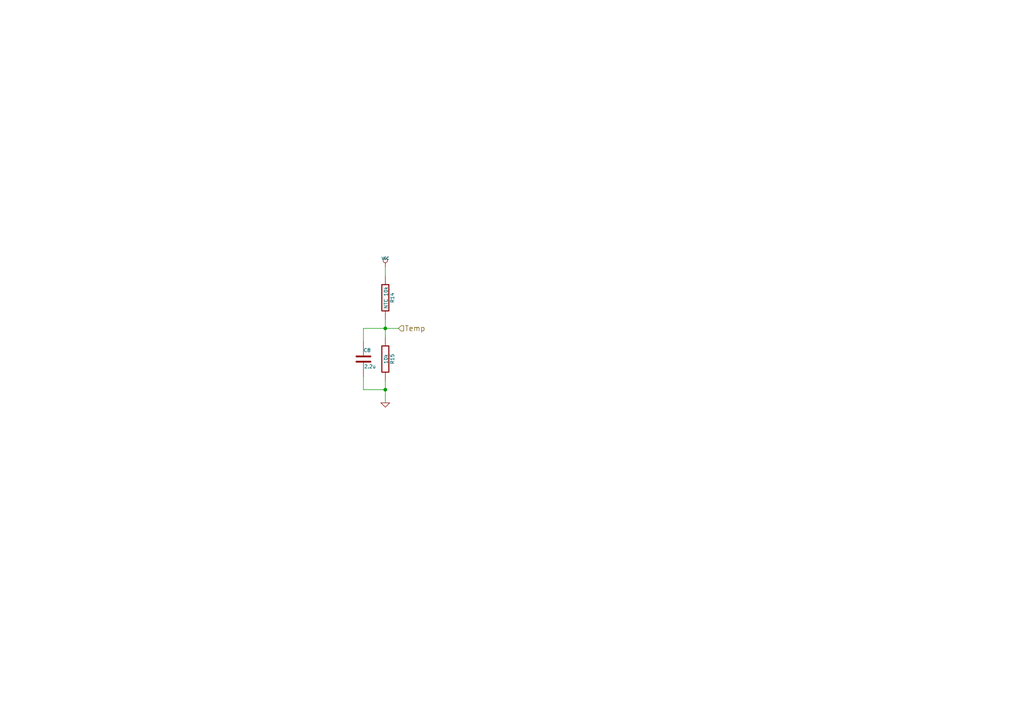
<source format=kicad_sch>
(kicad_sch (version 20231120) (generator "eeschema") (generator_version "8.0")
  (paper "A4")
  (title_block (title "BLDC Driver 4.11") (date "21 aug 2015") (rev "4.12") (company "Benjamin Vedder"))
  (lib_symbols
    (symbol "BLDC_4-rescue:C-RESCUE-BLDC_4" (pin_numbers hide) (pin_names (offset 0.254))
      (property "Reference" "C" (at 0 2.54 0))
      (property "Value" "C-RESCUE-BLDC_4" (at 0.1524 -2.159 0))
      (symbol "C-RESCUE-BLDC_4_0_1"
        (polyline (pts (xy -2.032 -0.762) (xy 2.032 -0.762)) (stroke (width 0.508)))
        (polyline (pts (xy -2.032 0.762) (xy 2.032 0.762)) (stroke (width 0.508)))
      )
      (symbol "C-RESCUE-BLDC_4_1_1"
        (pin passive line (at 0 5.08 270) (length 4.318) (name "~") (number "1"))
        (pin passive line (at 0 -5.08 90) (length 4.318) (name "~") (number "2"))
      )
    )
    (symbol "BLDC_4-rescue:GND-RESCUE-BLDC_4" (power) (pin_names (offset 0))
      (symbol "GND-RESCUE-BLDC_4_0_1"
        (polyline (pts (xy -1.27 0) (xy 0 -1.27) (xy 1.27 0) (xy -1.27 0)))
      )
      (symbol "GND-RESCUE-BLDC_4_1_1"
        (pin power_in line (at 0 0 90) (length 0) hide (name "GND") (number "1"))
      )
    )
    (symbol "BLDC_4-rescue:R-RESCUE-BLDC_4" (pin_numbers hide) (pin_names (offset 0))
      (property "Reference" "R" (at 2.032 0 90))
      (property "Value" "R-RESCUE-BLDC_4" (at 0.1778 0.0254 90))
      (symbol "R-RESCUE-BLDC_4_0_1"
        (rectangle (start -1.016 3.81) (end 1.016 -3.81) (stroke (width 0.3048)))
      )
      (symbol "R-RESCUE-BLDC_4_1_1"
        (pin passive line (at 0 6.35 270) (length 2.54) (name "~") (number "1"))
        (pin passive line (at 0 -6.35 90) (length 2.54) (name "~") (number "2"))
      )
    )
    (symbol "BLDC_4-rescue:VCC" (power) (pin_names (offset 0))
      (property "Value" "VCC" (at 0 3.81 0))
      (symbol "VCC_0_1"
        (polyline (pts (xy 0 0) (xy 0 1.27)))
        (circle (center 0 1.905) (radius 0.635))
      )
      (symbol "VCC_1_1"
        (pin power_in line (at 0 0 90) (length 0) hide (name "VCC") (number "1"))
      )
    )
  )
  (junction (at 111.76 113.03))
  (junction (at 111.76 95.25))
  (wire (pts (xy 111.76 92.71) (xy 111.76 95.25)))
  (wire (pts (xy 105.41 113.03) (xy 111.76 113.03)))
  (wire (pts (xy 111.76 113.03) (xy 111.76 116.84)))
  (wire (pts (xy 111.76 95.25) (xy 115.57 95.25)))
  (wire (pts (xy 105.41 109.22) (xy 105.41 113.03)))
  (wire (pts (xy 111.76 110.49) (xy 111.76 113.03)))
  (wire (pts (xy 111.76 95.25) (xy 111.76 97.79)))
  (wire (pts (xy 105.41 95.25) (xy 105.41 99.06)))
  (wire (pts (xy 105.41 95.25) (xy 111.76 95.25)))
  (wire (pts (xy 111.76 77.47) (xy 111.76 80.01)))
  (hierarchical_label "Temp" (shape input) (at 115.57 95.25 0) (effects (font (size 1.524 1.524))))
  (symbol (lib_name "BLDC_4-rescue:R-RESCUE-BLDC_4") (lib_id "BLDC_4-rescue:R-RESCUE-BLDC_4") (at 111.76 86.36 0) (unit 1)
    (property "Reference" "R14" (at 113.792 86.36 90) (effects (font (size 1.016 1.016))))
    (property "Value" "NTC 10k" (at 111.9378 86.3346 90) (effects (font (size 1.016 1.016))))
    (property "Footprint" "CRF1:SMD-0603_r" (effects (hide yes)))
  )
  (symbol (lib_name "BLDC_4-rescue:R-RESCUE-BLDC_4") (lib_id "BLDC_4-rescue:R-RESCUE-BLDC_4") (at 111.76 104.14 0) (unit 1)
    (property "Reference" "R15" (at 113.792 104.14 90) (effects (font (size 1.016 1.016))))
    (property "Value" "10k" (at 111.9378 104.1146 90) (effects (font (size 1.016 1.016))))
    (property "Footprint" "CRF1:SMD-0603_r" (effects (hide yes)))
  )
  (symbol (lib_name "BLDC_4-rescue:C-RESCUE-BLDC_4") (lib_id "BLDC_4-rescue:C-RESCUE-BLDC_4") (at 105.41 104.14 0) (unit 1)
    (property "Reference" "C8" (at 105.41 101.6 0) (effects (font (size 1.016 1.016)) (justify left)))
    (property "Value" "2.2u" (at 105.5624 106.299 0) (effects (font (size 1.016 1.016)) (justify left)))
    (property "Footprint" "CRF1:SMD-0603_c" (effects (hide yes)))
  )
  (symbol (lib_name "BLDC_4-rescue:VCC") (lib_id "BLDC_4-rescue:VCC") (at 111.76 77.47 0) (unit 1)
    (property "Reference" "#PWR033" (effects (hide yes)))
    (property "Value" "VCC" (at 111.76 74.93 0) (effects (font (size 0.762 0.762))))
  )
  (symbol (lib_name "BLDC_4-rescue:GND-RESCUE-BLDC_4") (lib_id "BLDC_4-rescue:GND-RESCUE-BLDC_4") (at 111.76 116.84 0) (unit 1)
    (property "Reference" "#PWR034" (effects (hide yes)))
    (property "Value" "GND" (effects (hide yes)))
  )
)
</source>
